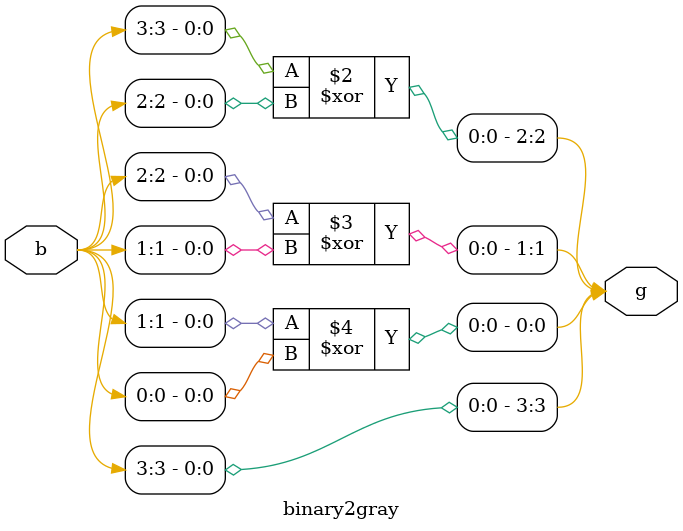
<source format=v>
module binary2gray( input [3:0]b,output reg [3:0]g);
  always@(*)begin;
   g[3]=b[3];
   g[2]=b[3]^b[2];
   g[1]=b[2]^b[1];
   g[0]=b[1]^b[0];
  end
endmodule

</source>
